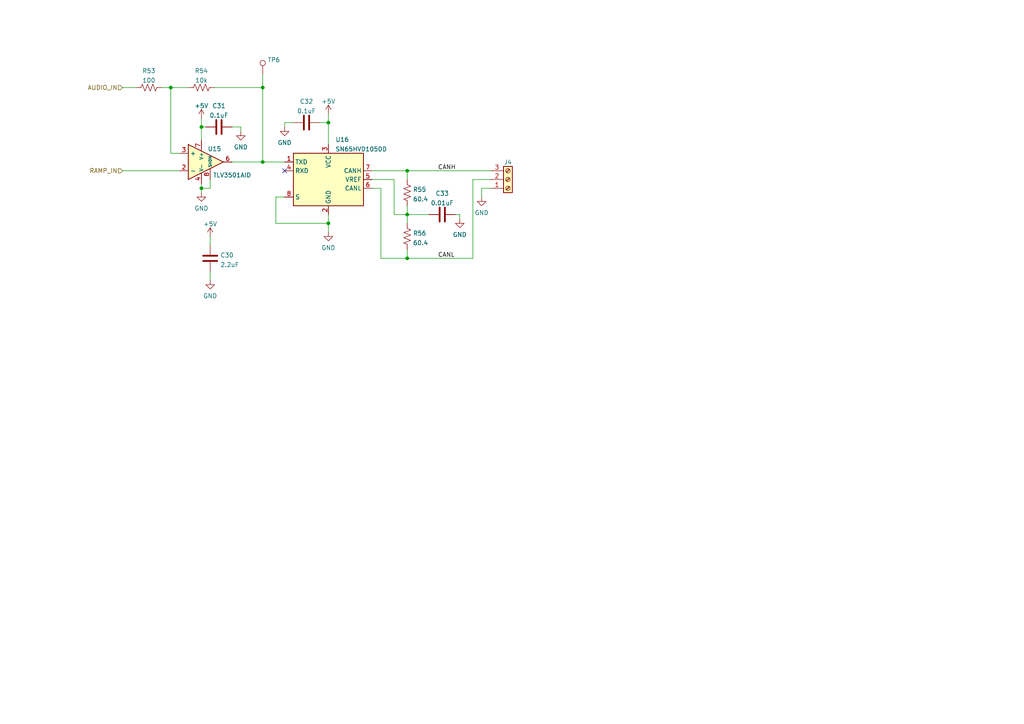
<source format=kicad_sch>
(kicad_sch (version 20211123) (generator eeschema)
  (paper "A4")
  (lib_symbols
    (symbol "Connector:Screw_Terminal_01x03" (pin_names (offset 1.016) hide)
      (property "Reference" "J" (at 0 5.08 0))
      (property "Value" "Screw_Terminal_01x03" (at 0 -5.08 0))
      (symbol "Screw_Terminal_01x03_1_1"
        (rectangle (start -1.27 3.81) (end 1.27 -3.81) (stroke (width 0.254)) (fill (type background)))
        (circle (center 0 -2.54) (radius 0.635) (stroke (width 0.1524)))
        (polyline (pts (xy -0.5334 -2.2098) (xy 0.3302 -3.048)) (stroke (width 0.1524)))
        (polyline (pts (xy -0.5334 0.3302) (xy 0.3302 -0.508)) (stroke (width 0.1524)))
        (polyline (pts (xy -0.5334 2.8702) (xy 0.3302 2.032)) (stroke (width 0.1524)))
        (polyline (pts (xy -0.3556 -2.032) (xy 0.508 -2.8702)) (stroke (width 0.1524)))
        (polyline (pts (xy -0.3556 0.508) (xy 0.508 -0.3302)) (stroke (width 0.1524)))
        (polyline (pts (xy -0.3556 3.048) (xy 0.508 2.2098)) (stroke (width 0.1524)))
        (circle (center 0 0) (radius 0.635) (stroke (width 0.1524)))
        (circle (center 0 2.54) (radius 0.635) (stroke (width 0.1524)))
        (pin passive line (at -5.08 2.54 0) (length 3.81) (name "Pin_1") (number "1"))
        (pin passive line (at -5.08 0 0) (length 3.81) (name "Pin_2") (number "2"))
        (pin passive line (at -5.08 -2.54 0) (length 3.81) (name "Pin_3") (number "3"))
      )
    )
    (symbol "Connector:TestPoint" (pin_numbers hide) (pin_names (offset 0.762) hide)
      (property "Reference" "TP" (at 0 6.858 0))
      (property "Value" "TestPoint" (at 0 5.08 0))
      (symbol "TestPoint_0_1"
        (circle (center 0 3.302) (radius 0.762))
      )
      (symbol "TestPoint_1_1"
        (pin passive line (at 0 0 90) (length 2.54) (name "1") (number "1"))
      )
    )
    (symbol "Device:C" (pin_numbers hide) (pin_names (offset 0.254))
      (property "Reference" "C" (at 0.635 2.54 0))
      (property "Value" "C" (at 0.635 -2.54 0))
      (symbol "C_0_1"
        (polyline (pts (xy -2.032 -0.762) (xy 2.032 -0.762)) (stroke (width 0.508)))
        (polyline (pts (xy -2.032 0.762) (xy 2.032 0.762)) (stroke (width 0.508)))
      )
      (symbol "C_1_1"
        (pin passive line (at 0 3.81 270) (length 2.794) (name "~") (number "1"))
        (pin passive line (at 0 -3.81 90) (length 2.794) (name "~") (number "2"))
      )
    )
    (symbol "Device:R_US" (pin_numbers hide) (pin_names (offset 0))
      (property "Reference" "R" (at 2.54 0 90))
      (property "Value" "R_US" (at -2.54 0 90))
      (symbol "R_US_0_1"
        (polyline (pts (xy 0 -2.286) (xy 0 -2.54)))
        (polyline (pts (xy 0 2.286) (xy 0 2.54)))
        (polyline (pts (xy 0 -0.762) (xy 1.016 -1.143) (xy 0 -1.524) (xy -1.016 -1.905) (xy 0 -2.286)))
        (polyline (pts (xy 0 0.762) (xy 1.016 0.381) (xy 0 0) (xy -1.016 -0.381) (xy 0 -0.762)))
        (polyline (pts (xy 0 2.286) (xy 1.016 1.905) (xy 0 1.524) (xy -1.016 1.143) (xy 0 0.762)))
      )
      (symbol "R_US_1_1"
        (pin passive line (at 0 3.81 270) (length 1.27) (name "~") (number "1"))
        (pin passive line (at 0 -3.81 90) (length 1.27) (name "~") (number "2"))
      )
    )
    (symbol "Interface_CAN_LIN:SN65HVD1050D"
      (property "Reference" "U" (at -8.89 8.89 0))
      (property "Value" "SN65HVD1050D" (at 1.27 8.89 0))
      (symbol "SN65HVD1050D_0_1"
        (rectangle (start -10.16 7.62) (end 10.16 -7.62) (stroke (width 0.254)) (fill (type background)))
      )
      (symbol "SN65HVD1050D_1_1"
        (pin input line (at -12.7 5.08 0) (length 2.54) (name "TXD") (number "1"))
        (pin power_in line (at 0 -10.16 90) (length 2.54) (name "GND") (number "2"))
        (pin power_in line (at 0 10.16 270) (length 2.54) (name "VCC") (number "3"))
        (pin output line (at -12.7 2.54 0) (length 2.54) (name "RXD") (number "4"))
        (pin passive line (at 12.7 0 180) (length 2.54) (name "VREF") (number "5"))
        (pin bidirectional line (at 12.7 -2.54 180) (length 2.54) (name "CANL") (number "6"))
        (pin bidirectional line (at 12.7 2.54 180) (length 2.54) (name "CANH") (number "7"))
        (pin input line (at -12.7 -5.08 0) (length 2.54) (name "S") (number "8"))
      )
    )
    (symbol "Texas_Instruments:TLV3501AID"
      (property "Reference" "U" (at 0 3.81 0))
      (property "Value" "TLV3501AID" (at 0 1.27 0))
      (symbol "TLV3501AID_1_1"
        (polyline (pts (xy 0 0) (xy 10.16 -5.08) (xy 0 -10.16) (xy 0 0)) (stroke (width 0.254)) (fill (type background)))
        (pin no_connect line (at 8.89 -8.89 90) (length 2.54) hide (name "~") (number "1"))
        (pin input line (at -2.54 -7.62 0) (length 2.54) (name "-") (number "2"))
        (pin input line (at -2.54 -2.54 0) (length 2.54) (name "+") (number "3"))
        (pin power_in line (at 3.81 -11.43 90) (length 3) (name "V-") (number "4"))
        (pin no_connect line (at 8.89 -1.27 270) (length 2.54) hide (name "~") (number "5"))
        (pin output line (at 12.7 -5.08 180) (length 2.54) (name "~") (number "6"))
        (pin power_in line (at 3.81 1.27 270) (length 3) (name "V+") (number "7"))
        (pin input line (at 6.35 -10.16 90) (length 3) (name "SHDN") (number "8"))
      )
    )
    (symbol "power:+5V" (power) (pin_names (offset 0))
      (property "Value" "+5V" (at 0 3.556 0))
      (symbol "+5V_0_1"
        (polyline (pts (xy -0.762 1.27) (xy 0 2.54)))
        (polyline (pts (xy 0 0) (xy 0 2.54)))
        (polyline (pts (xy 0 2.54) (xy 0.762 1.27)))
      )
      (symbol "+5V_1_1"
        (pin power_in line (at 0 0 90) (length 0) hide (name "+5V") (number "1"))
      )
    )
    (symbol "power:GND" (power) (pin_names (offset 0))
      (property "Value" "GND" (at 0 -3.81 0))
      (symbol "GND_0_1"
        (polyline (pts (xy 0 0) (xy 0 -1.27) (xy 1.27 -1.27) (xy 0 -2.54) (xy -1.27 -1.27) (xy 0 -1.27)))
      )
      (symbol "GND_1_1"
        (pin power_in line (at 0 0 270) (length 0) hide (name "GND") (number "1"))
      )
    )
  )
  (junction (at 95.25 35.56))
  (junction (at 58.42 36.83))
  (junction (at 76.2 25.4))
  (junction (at 118.11 74.93))
  (junction (at 58.42 54.61))
  (junction (at 118.11 49.53))
  (junction (at 95.25 64.77))
  (junction (at 118.11 62.23))
  (junction (at 76.2 46.99))
  (junction (at 49.53 25.4))
  (no_connect (at 82.55 49.53))
  (wire (pts (xy 76.2 46.99) (xy 82.55 46.99)))
  (wire (pts (xy 80.01 57.15) (xy 80.01 64.77)))
  (wire (pts (xy 132.08 62.23) (xy 133.35 62.23)))
  (wire (pts (xy 35.56 49.53) (xy 52.07 49.53)))
  (wire (pts (xy 80.01 57.15) (xy 82.55 57.15)))
  (wire (pts (xy 52.07 44.45) (xy 49.53 44.45)))
  (wire (pts (xy 58.42 54.61) (xy 58.42 55.88)))
  (wire (pts (xy 110.49 54.61) (xy 110.49 74.93)))
  (wire (pts (xy 67.31 36.83) (xy 69.85 36.83)))
  (wire (pts (xy 60.96 68.58) (xy 60.96 71.12)))
  (wire (pts (xy 95.25 33.02) (xy 95.25 35.56)))
  (wire (pts (xy 107.95 52.07) (xy 114.3 52.07)))
  (wire (pts (xy 82.55 35.56) (xy 82.55 36.83)))
  (wire (pts (xy 60.96 78.74) (xy 60.96 81.28)))
  (wire (pts (xy 110.49 74.93) (xy 118.11 74.93)))
  (wire (pts (xy 67.31 46.99) (xy 76.2 46.99)))
  (wire (pts (xy 80.01 64.77) (xy 95.25 64.77)))
  (wire (pts (xy 118.11 49.53) (xy 118.11 52.07)))
  (wire (pts (xy 92.71 35.56) (xy 95.25 35.56)))
  (wire (pts (xy 76.2 21.59) (xy 76.2 25.4)))
  (wire (pts (xy 58.42 54.61) (xy 58.42 53.34)))
  (wire (pts (xy 69.85 36.83) (xy 69.85 38.1)))
  (wire (pts (xy 118.11 49.53) (xy 142.24 49.53)))
  (wire (pts (xy 118.11 62.23) (xy 124.46 62.23)))
  (wire (pts (xy 137.16 52.07) (xy 137.16 74.93)))
  (wire (pts (xy 95.25 35.56) (xy 95.25 41.91)))
  (wire (pts (xy 49.53 25.4) (xy 54.61 25.4)))
  (wire (pts (xy 58.42 36.83) (xy 59.69 36.83)))
  (wire (pts (xy 49.53 44.45) (xy 49.53 25.4)))
  (wire (pts (xy 118.11 62.23) (xy 118.11 64.77)))
  (wire (pts (xy 62.23 25.4) (xy 76.2 25.4)))
  (wire (pts (xy 114.3 62.23) (xy 114.3 52.07)))
  (wire (pts (xy 118.11 59.69) (xy 118.11 62.23)))
  (wire (pts (xy 137.16 74.93) (xy 118.11 74.93)))
  (wire (pts (xy 95.25 62.23) (xy 95.25 64.77)))
  (wire (pts (xy 76.2 25.4) (xy 76.2 46.99)))
  (wire (pts (xy 107.95 54.61) (xy 110.49 54.61)))
  (wire (pts (xy 133.35 62.23) (xy 133.35 63.5)))
  (wire (pts (xy 139.7 54.61) (xy 139.7 57.15)))
  (wire (pts (xy 142.24 52.07) (xy 137.16 52.07)))
  (wire (pts (xy 60.96 54.61) (xy 58.42 54.61)))
  (wire (pts (xy 35.56 25.4) (xy 39.37 25.4)))
  (wire (pts (xy 118.11 62.23) (xy 114.3 62.23)))
  (wire (pts (xy 107.95 49.53) (xy 118.11 49.53)))
  (wire (pts (xy 95.25 64.77) (xy 95.25 67.31)))
  (wire (pts (xy 142.24 54.61) (xy 139.7 54.61)))
  (wire (pts (xy 85.09 35.56) (xy 82.55 35.56)))
  (wire (pts (xy 60.96 52.07) (xy 60.96 54.61)))
  (wire (pts (xy 46.99 25.4) (xy 49.53 25.4)))
  (wire (pts (xy 118.11 74.93) (xy 118.11 72.39)))
  (wire (pts (xy 58.42 36.83) (xy 58.42 40.64)))
  (wire (pts (xy 58.42 34.29) (xy 58.42 36.83)))
  (label "CANL" (at 127 74.93 0))
  (label "CANH" (at 127 49.53 0))
  (hierarchical_label "AUDIO_IN" (shape input) (at 35.56 25.4 180))
  (hierarchical_label "RAMP_IN" (shape input) (at 35.56 49.53 180))
  (symbol (lib_id "Device:R_US") (at 118.11 55.88 0) (unit 1)
    (property "Reference" "R55" (at 119.761 54.9715 0) (effects (justify left)))
    (property "Value" "60.4" (at 119.761 57.7466 0) (effects (justify left)))
    (property "Footprint" "Resistor_SMD:R_0805_2012Metric" (effects hide))
  )
  (symbol (lib_id "power:+5V") (at 58.42 34.29 0) (unit 1)
    (property "Reference" "#PWR066" (effects hide))
    (property "Value" "+5V" (at 58.42 30.6855 0))
  )
  (symbol (lib_id "power:GND") (at 82.55 36.83 0) (unit 1)
    (property "Reference" "#PWR071" (effects hide))
    (property "Value" "GND" (at 82.55 41.3925 0))
  )
  (symbol (lib_id "power:GND") (at 95.25 67.31 0) (unit 1)
    (property "Reference" "#PWR073" (effects hide))
    (property "Value" "GND" (at 95.25 71.8725 0))
  )
  (symbol (lib_id "power:GND") (at 133.35 63.5 0) (unit 1)
    (property "Reference" "#PWR074" (effects hide))
    (property "Value" "GND" (at 133.35 68.0625 0))
  )
  (symbol (lib_id "Connector:TestPoint") (at 76.2 21.59 0) (unit 1)
    (property "Reference" "TP6" (at 77.597 17.3795 0) (effects (justify left)))
    (property "Value" "TestPoint" (effects hide))
    (property "Footprint" "TestPoint:TestPoint_Bridge_Pitch2.54mm_Drill1.0mm" (effects hide))
  )
  (symbol (lib_id "Device:C") (at 128.27 62.23 90) (unit 1)
    (property "Reference" "C33" (at 128.27 56.1045 90))
    (property "Value" "0.01uF" (at 128.27 58.8796 90))
    (property "Footprint" "Capacitor_SMD:C_0603_1608Metric" (effects hide))
  )
  (symbol (lib_id "Device:C") (at 63.5 36.83 90) (unit 1)
    (property "Reference" "C31" (at 63.5 30.7045 90))
    (property "Value" "0.1uF" (at 63.5 33.4796 90))
    (property "Footprint" "Capacitor_SMD:C_0603_1608Metric" (effects hide))
  )
  (symbol (lib_id "power:GND") (at 58.42 55.88 0) (unit 1)
    (property "Reference" "#PWR067" (effects hide))
    (property "Value" "GND" (at 58.42 60.4425 0))
  )
  (symbol (lib_id "Interface_CAN_LIN:SN65HVD1050D") (at 95.25 52.07 0) (unit 1)
    (property "Reference" "U16" (at 97.2694 40.4835 0) (effects (justify left)))
    (property "Value" "SN65HVD1050D" (at 97.2694 43.2586 0) (effects (justify left)))
    (property "Footprint" "Package_SO:SOIC-8_3.9x4.9mm_P1.27mm" (effects hide))
    (property "Datasheet" "http://www.ti.com/lit/ds/symlink/sn65hvd1050.pdf" (effects hide))
  )
  (symbol (lib_id "Connector:Screw_Terminal_01x03") (at 147.32 52.07 0) (mirror x) (unit 1)
    (property "Reference" "J4" (at 147.32 47.0685 0))
    (property "Value" "Screw_Terminal_01x03" (effects hide))
    (property "Footprint" "Connector_Phoenix_MC:PhoenixContact_MC_1,5_3-G-3.81_1x03_P3.81mm_Horizontal" (effects hide))
  )
  (symbol (lib_id "power:GND") (at 139.7 57.15 0) (unit 1)
    (property "Reference" "#PWR0101" (effects hide))
    (property "Value" "GND" (at 139.7 61.7125 0))
  )
  (symbol (lib_id "power:+5V") (at 95.25 33.02 0) (unit 1)
    (property "Reference" "#PWR072" (effects hide))
    (property "Value" "+5V" (at 95.25 29.4155 0))
  )
  (symbol (lib_id "Device:R_US") (at 43.18 25.4 270) (unit 1)
    (property "Reference" "R53" (at 43.18 20.5445 90))
    (property "Value" "100" (at 43.18 23.3196 90))
    (property "Footprint" "Resistor_SMD:R_0805_2012Metric" (effects hide))
  )
  (symbol (lib_id "power:GND") (at 60.96 81.28 0) (unit 1)
    (property "Reference" "#PWR069" (effects hide))
    (property "Value" "GND" (at 60.96 85.8425 0))
  )
  (symbol (lib_id "Texas_Instruments:TLV3501AID") (at 54.61 41.91 0) (unit 1)
    (property "Reference" "U15" (at 62.23 43.18 0))
    (property "Value" "TLV3501AID" (at 67.31 50.8 0))
    (property "Footprint" "Package_SO:SOIC-8_3.9x4.9mm_P1.27mm" (effects hide))
  )
  (symbol (lib_id "Device:R_US") (at 58.42 25.4 90) (unit 1)
    (property "Reference" "R54" (at 58.42 20.5445 90))
    (property "Value" "10k" (at 58.42 23.3196 90))
    (property "Footprint" "Resistor_SMD:R_0805_2012Metric" (effects hide))
  )
  (symbol (lib_id "Device:C") (at 60.96 74.93 180) (unit 1)
    (property "Reference" "C30" (at 63.881 74.0215 0) (effects (justify right)))
    (property "Value" "2.2uF" (at 63.881 76.7966 0) (effects (justify right)))
    (property "Footprint" "Capacitor_SMD:C_0805_2012Metric" (effects hide))
  )
  (symbol (lib_id "power:GND") (at 69.85 38.1 0) (unit 1)
    (property "Reference" "#PWR070" (effects hide))
    (property "Value" "GND" (at 69.85 42.6625 0))
  )
  (symbol (lib_id "power:+5V") (at 60.96 68.58 0) (unit 1)
    (property "Reference" "#PWR068" (effects hide))
    (property "Value" "+5V" (at 60.96 64.9755 0))
  )
  (symbol (lib_id "Device:C") (at 88.9 35.56 270) (unit 1)
    (property "Reference" "C32" (at 88.9 29.4345 90))
    (property "Value" "0.1uF" (at 88.9 32.2096 90))
    (property "Footprint" "Capacitor_SMD:C_0603_1608Metric" (effects hide))
  )
  (symbol (lib_id "Device:R_US") (at 118.11 68.58 0) (unit 1)
    (property "Reference" "R56" (at 119.761 67.6715 0) (effects (justify left)))
    (property "Value" "60.4" (at 119.761 70.4466 0) (effects (justify left)))
    (property "Footprint" "Resistor_SMD:R_0805_2012Metric" (effects hide))
  )
)
</source>
